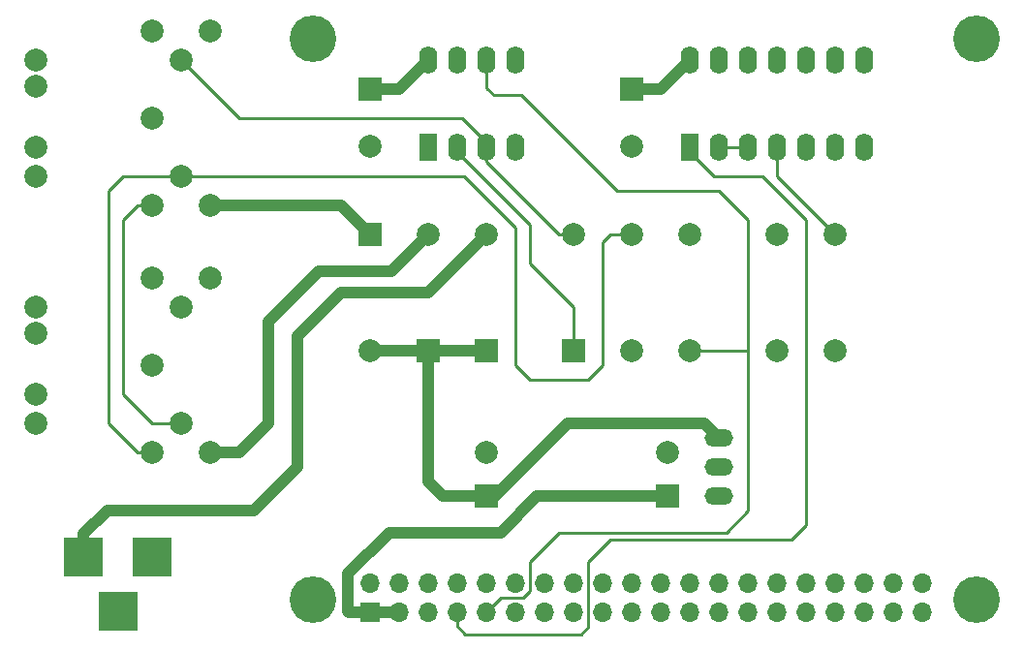
<source format=gtl>
G04 #@! TF.FileFunction,Copper,L1,Top,Signal*
%FSLAX46Y46*%
G04 Gerber Fmt 4.6, Leading zero omitted, Abs format (unit mm)*
G04 Created by KiCad (PCBNEW 4.0.2-stable) date woensdag 06 september 2017 16:33:44*
%MOMM*%
G01*
G04 APERTURE LIST*
%ADD10C,0.100000*%
%ADD11C,4.064000*%
%ADD12R,3.500000X3.500000*%
%ADD13C,2.000000*%
%ADD14R,1.700000X1.700000*%
%ADD15O,1.700000X1.700000*%
%ADD16R,2.000000X2.000000*%
%ADD17C,1.998980*%
%ADD18R,1.600000X2.400000*%
%ADD19O,1.600000X2.400000*%
%ADD20O,2.499360X1.501140*%
%ADD21C,1.000000*%
%ADD22C,1.000000*%
%ADD23C,0.250000*%
G04 APERTURE END LIST*
D10*
D11*
X101055000Y-101010000D03*
X159055000Y-101010000D03*
X159055000Y-150010000D03*
X101055000Y-150010000D03*
D12*
X87026000Y-146304000D03*
X81026000Y-146304000D03*
X84026000Y-151004000D03*
D13*
X92075000Y-100330000D03*
X92075000Y-115570000D03*
X86995000Y-100330000D03*
X89535000Y-102870000D03*
X86995000Y-107950000D03*
X89535000Y-113030000D03*
X86995000Y-115570000D03*
X76835000Y-110490000D03*
X76835000Y-105156000D03*
X76835000Y-113030000D03*
X76835000Y-102870000D03*
X92075000Y-121920000D03*
X92075000Y-137160000D03*
X86995000Y-121920000D03*
X89535000Y-124460000D03*
X86995000Y-129540000D03*
X89535000Y-134620000D03*
X86995000Y-137160000D03*
X76835000Y-132080000D03*
X76835000Y-126746000D03*
X76835000Y-134620000D03*
X76835000Y-124460000D03*
D14*
X106045000Y-151130000D03*
D15*
X106045000Y-148590000D03*
X108585000Y-151130000D03*
X108585000Y-148590000D03*
X111125000Y-151130000D03*
X111125000Y-148590000D03*
X113665000Y-151130000D03*
X113665000Y-148590000D03*
X116205000Y-151130000D03*
X116205000Y-148590000D03*
X118745000Y-151130000D03*
X118745000Y-148590000D03*
X121285000Y-151130000D03*
X121285000Y-148590000D03*
X123825000Y-151130000D03*
X123825000Y-148590000D03*
X126365000Y-151130000D03*
X126365000Y-148590000D03*
X128905000Y-151130000D03*
X128905000Y-148590000D03*
X131445000Y-151130000D03*
X131445000Y-148590000D03*
X133985000Y-151130000D03*
X133985000Y-148590000D03*
X136525000Y-151130000D03*
X136525000Y-148590000D03*
X139065000Y-151130000D03*
X139065000Y-148590000D03*
X141605000Y-151130000D03*
X141605000Y-148590000D03*
X144145000Y-151130000D03*
X144145000Y-148590000D03*
X146685000Y-151130000D03*
X146685000Y-148590000D03*
X149225000Y-151130000D03*
X149225000Y-148590000D03*
X151765000Y-151130000D03*
X151765000Y-148590000D03*
X154305000Y-151130000D03*
X154305000Y-148590000D03*
D16*
X106045000Y-105410000D03*
D13*
X106045000Y-110410000D03*
D16*
X128905000Y-105410000D03*
D13*
X128905000Y-110410000D03*
X123832460Y-118109480D03*
D16*
X123832460Y-128269480D03*
D13*
X116205000Y-118110000D03*
D16*
X116205000Y-128270000D03*
D17*
X128915000Y-128270000D03*
X128915000Y-118110000D03*
X133995000Y-128270000D03*
X133995000Y-118110000D03*
X141605000Y-128270000D03*
X141605000Y-118110000D03*
X146685000Y-118110000D03*
X146685000Y-128270000D03*
D18*
X111125000Y-110490000D03*
D19*
X118745000Y-102870000D03*
X113665000Y-110490000D03*
X116205000Y-102870000D03*
X116205000Y-110490000D03*
X113665000Y-102870000D03*
X118745000Y-110490000D03*
X111125000Y-102870000D03*
D18*
X133985000Y-110490000D03*
D19*
X149225000Y-102870000D03*
X136525000Y-110490000D03*
X146685000Y-102870000D03*
X139065000Y-110490000D03*
X144145000Y-102870000D03*
X141605000Y-110490000D03*
X141605000Y-102870000D03*
X144145000Y-110490000D03*
X139065000Y-102870000D03*
X146685000Y-110490000D03*
X136525000Y-102870000D03*
X149225000Y-110490000D03*
X133985000Y-102870000D03*
D20*
X136525000Y-138430000D03*
X136525000Y-135890000D03*
X136525000Y-140970000D03*
D13*
X106047540Y-128270520D03*
D16*
X106047540Y-118110520D03*
D13*
X111122460Y-118109480D03*
D16*
X111122460Y-128269480D03*
X116205000Y-140960000D03*
D13*
X116205000Y-137160000D03*
D16*
X132080000Y-140970000D03*
D13*
X132080000Y-137170000D03*
D21*
X108585000Y-151130000D03*
D22*
X106045000Y-105410000D02*
X108585000Y-105410000D01*
X108585000Y-105410000D02*
X111125000Y-102870000D01*
X111125000Y-139700000D02*
X112395000Y-140970000D01*
X112395000Y-140970000D02*
X116935000Y-140970000D01*
X111122460Y-128269480D02*
X111122460Y-130269480D01*
X111122460Y-130269480D02*
X111125000Y-130272020D01*
X111125000Y-130272020D02*
X111125000Y-139700000D01*
X116935000Y-140970000D02*
X123285000Y-134620000D01*
X123285000Y-134620000D02*
X135255000Y-134620000D01*
X135255000Y-134620000D02*
X136525000Y-135890000D01*
X111125000Y-128270000D02*
X116205000Y-128270000D01*
X111124480Y-128269480D02*
X111125000Y-128270000D01*
X106042460Y-128269480D02*
X111124480Y-128269480D01*
X106045000Y-151130000D02*
X108585000Y-151130000D01*
X107751998Y-144145000D02*
X117475000Y-144145000D01*
X120650000Y-140970000D02*
X117475000Y-144145000D01*
X132080000Y-140970000D02*
X120650000Y-140970000D01*
X104140000Y-151075000D02*
X104140000Y-147756998D01*
X104140000Y-147756998D02*
X107751998Y-144145000D01*
X106045000Y-151130000D02*
X104195000Y-151130000D01*
X104195000Y-151130000D02*
X104140000Y-151075000D01*
X128905000Y-105410000D02*
X131445000Y-105410000D01*
X131445000Y-105410000D02*
X133985000Y-102870000D01*
X116205000Y-118110000D02*
X111125000Y-123190000D01*
X111125000Y-123190000D02*
X103505000Y-123190000D01*
X103505000Y-123190000D02*
X99695000Y-127000000D01*
X99695000Y-127000000D02*
X99695000Y-138430000D01*
X99695000Y-138430000D02*
X95885000Y-142240000D01*
X95885000Y-142240000D02*
X83090000Y-142240000D01*
X83090000Y-142240000D02*
X81026000Y-144304000D01*
X81026000Y-144304000D02*
X81026000Y-146304000D01*
D23*
X116205000Y-110490000D02*
X116205000Y-111750000D01*
X122565000Y-118110000D02*
X123831940Y-118110000D01*
X116205000Y-111750000D02*
X122565000Y-118110000D01*
X123831940Y-118110000D02*
X123832460Y-118109480D01*
X89535000Y-102870000D02*
X94615000Y-107950000D01*
X94615000Y-107950000D02*
X114065000Y-107950000D01*
X114065000Y-107950000D02*
X116205000Y-110090000D01*
X116205000Y-110090000D02*
X116205000Y-110490000D01*
X121285000Y-121920000D02*
X121295000Y-121920000D01*
X123832460Y-124457460D02*
X123832460Y-128269480D01*
X121295000Y-121920000D02*
X123832460Y-124457460D01*
X121285000Y-121920000D02*
X120015000Y-120650000D01*
X120015000Y-120650000D02*
X120015000Y-117240000D01*
X120015000Y-117240000D02*
X113665000Y-110890000D01*
X113665000Y-110890000D02*
X113665000Y-110490000D01*
X127010000Y-118110000D02*
X126375000Y-118745000D01*
X128915000Y-118110000D02*
X127010000Y-118110000D01*
X126375000Y-129540000D02*
X126375000Y-118745000D01*
X114300000Y-113030000D02*
X89535000Y-113030000D01*
X114300000Y-113030000D02*
X118745000Y-117475000D01*
X118745000Y-117475000D02*
X118745000Y-129540000D01*
X118745000Y-129540000D02*
X120015000Y-130810000D01*
X120015000Y-130810000D02*
X125105000Y-130810000D01*
X125105000Y-130810000D02*
X126375000Y-129540000D01*
X86995000Y-137160000D02*
X85725000Y-137160000D01*
X85725000Y-137160000D02*
X83185000Y-134620000D01*
X84455000Y-113030000D02*
X89535000Y-113030000D01*
X83185000Y-134620000D02*
X83185000Y-114300000D01*
X83185000Y-114300000D02*
X84455000Y-113030000D01*
X86995000Y-115570000D02*
X85725000Y-115570000D01*
X85725000Y-115570000D02*
X84455000Y-116840000D01*
X86995000Y-134620000D02*
X89535000Y-134620000D01*
X84455000Y-116840000D02*
X84455000Y-132080000D01*
X84455000Y-132080000D02*
X86995000Y-134620000D01*
X114367919Y-153035000D02*
X124470000Y-153035000D01*
X125105000Y-146685000D02*
X127010000Y-144780000D01*
X125105000Y-152400000D02*
X125105000Y-146685000D01*
X124470000Y-153035000D02*
X125105000Y-152400000D01*
X142875000Y-144780000D02*
X144145000Y-143510000D01*
X127010000Y-144780000D02*
X142875000Y-144780000D01*
X113665000Y-151130000D02*
X113665000Y-152332081D01*
X144145000Y-116840000D02*
X140335000Y-113030000D01*
X113665000Y-152332081D02*
X114367919Y-153035000D01*
X144145000Y-143510000D02*
X144145000Y-116840000D01*
X140335000Y-113030000D02*
X136125000Y-113030000D01*
X136125000Y-113030000D02*
X133985000Y-110890000D01*
X133985000Y-110890000D02*
X133985000Y-110490000D01*
X139075000Y-128240000D02*
X134025000Y-128240000D01*
X134025000Y-128240000D02*
X133995000Y-128270000D01*
X139075000Y-128240000D02*
X139075000Y-142240000D01*
X117475000Y-149860000D02*
X116205000Y-151130000D01*
X119390000Y-149860000D02*
X117475000Y-149860000D01*
X120025000Y-149225000D02*
X119390000Y-149860000D01*
X120025000Y-146685000D02*
X120025000Y-149225000D01*
X122565000Y-144145000D02*
X120025000Y-146685000D01*
X137170000Y-144145000D02*
X122565000Y-144145000D01*
X139075000Y-142240000D02*
X137170000Y-144145000D01*
X139075000Y-128240000D02*
X139065000Y-128240000D01*
X139065000Y-128240000D02*
X139065000Y-116840000D01*
X139065000Y-116840000D02*
X136525000Y-114300000D01*
X116845000Y-105950000D02*
X116205000Y-105310000D01*
X136525000Y-114300000D02*
X127635000Y-114300000D01*
X127635000Y-114300000D02*
X119285000Y-105950000D01*
X119285000Y-105950000D02*
X116845000Y-105950000D01*
X116205000Y-105310000D02*
X116205000Y-102870000D01*
X141605000Y-113030000D02*
X146685000Y-118110000D01*
X141605000Y-110490000D02*
X141605000Y-113030000D01*
X136525000Y-110490000D02*
X139065000Y-110490000D01*
D22*
X92075000Y-115570000D02*
X103502980Y-115570000D01*
X103502980Y-115570000D02*
X106042460Y-118109480D01*
X111125000Y-118110000D02*
X107950000Y-121285000D01*
X107950000Y-121285000D02*
X101600000Y-121285000D01*
X101600000Y-121285000D02*
X97155000Y-125730000D01*
X97155000Y-125730000D02*
X97155000Y-134620000D01*
X94615000Y-137160000D02*
X92075000Y-137160000D01*
X97155000Y-134620000D02*
X94615000Y-137160000D01*
M02*

</source>
